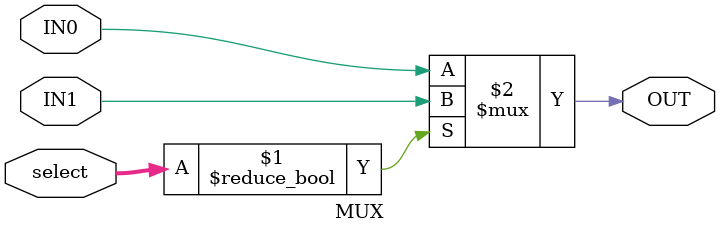
<source format=v>
module MUX #(
    parameter DATA_WIDTH = 1
)
(
    input [DATA_WIDTH - 1:0] IN0,
    input [DATA_WIDTH - 1:0] IN1,
    input [ $clog2(DATA_WIDTH) - 1 : 0 ] select, // Logarithm of DATA_WIDTH

    output [DATA_WIDTH - 1:0] OUT
);
    assign OUT = select ? IN1 : IN0;

endmodule

</source>
